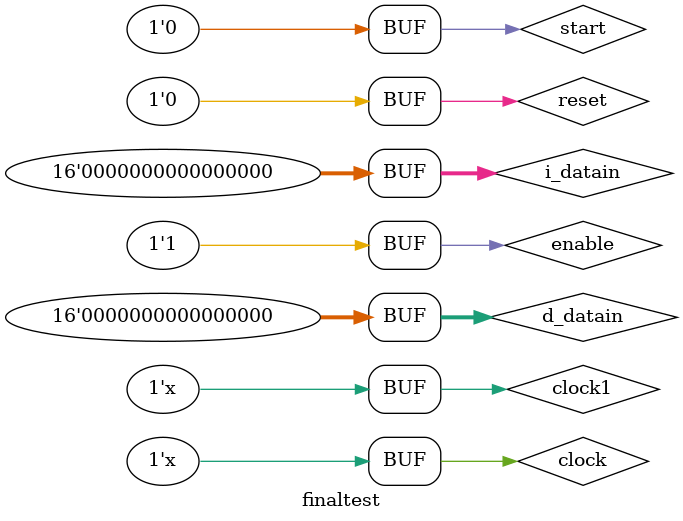
<source format=v>
`timescale 1ns / 1ps


`define NOP 5'b00000
`define HALT 5'b00001
`define LOAD 5'b00010
`define STORE 5'b00011
`define LDIH 5'b10000
`define ADD 5'b01000
`define ADDI 5'b01001
`define ADDC 5'b10001
`define CMP 5'b01100
`define AND 5'b01101
`define SLL 5'b00100
`define SRL 5'b00111
`define SLA 5'b00101
`define SRA 5'b10101
`define JUMP 5'b11000
`define JMPR 5'b11001
`define BZ 5'b11010
`define BNZ 5'b11011
`define BN 5'b11100
`define BC 5'b11110
`define SUB 5'b11111
`define XOR 5'b01010
`define OR 5'b10100
`define SUBI 5'b11101

`define idle 1'b0
`define exec 1'b1

`define gr0 3'b000
`define gr1 3'b001
`define gr2 3'b010
`define gr3 3'b011
`define gr4 3'b100
`define gr5 3'b101
`define gr6 3'b110
`define gr7 3'b111

module finaltest;

	// Inputs
	reg clock;
	reg clock1;
	reg [15:0] i_datain;
	reg [15:0] d_datain;
	reg reset;
	reg enable;
	reg start;

	// Outputs
	wire [7:0] d_addr;
	wire [7:0] i_addr;
	wire d_we;
	wire [15:0] d_dataout;

	// Instantiate the Unit Under Test (UUT)
	haha uut (
		.clock(clock), 
		.enable(enable), 
		.i_datain(i_datain), 
		.d_datain(d_datain), 
		.start(start), 
		.d_addr(d_addr), 
		.i_addr(i_addr), 
		.d_we(d_we), 
		.d_dataout(d_dataout)
	);

always#5
clock = ~clock;

always#1
clock1 = ~clock1;

	initial begin
		// Initialize Inputs
		clock = 0;
		clock1 = 0;
		reset = 0;
		enable = 0;
		start = 0;

		// Wait 100 ns for global reset to finish
		#100;
     $display("pc:     id_ir      :reg_A:reg_B:reg_C:da:dd:  :w:reC1:gr0 :gr1 : gr2 : gr3 : gr4 : gr5 : gr6 : gr7 : zf : nf : cf");
    $monitor("%h:%b:%h:%h:%h:%h:%h:%b:%h:%h:%h:%h:%h:%h:%h:%h:%h:%h:%h", 
	uut.pc, uut.id_ir, uut.reg_A, uut.reg_B, uut.reg_C,
   	d_addr, d_dataout, d_we, uut.reg_C1, uut.gr[0],uut.gr[1], uut.gr[2], uut.gr[3],uut.gr[4],uut.gr[5],uut.gr[6],uut.gr[7],uut.zf,uut.nf,uut.cf);
	
enable <= 1; start <= 0; i_datain <= 0;d_datain <= 0;

#10 reset <= 1;
#10 reset <= 0;
#10 start <=1;
#10 start <=0;
	end
      
endmodule


</source>
